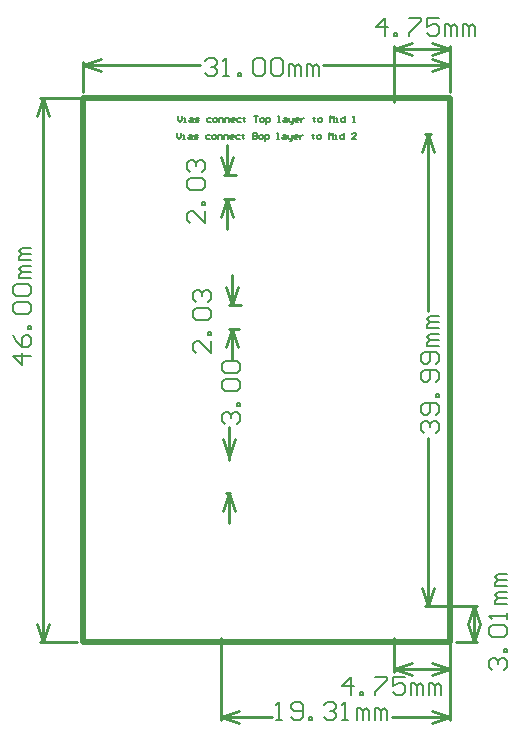
<source format=gm1>
G04 Layer_Color=16711935*
%FSLAX25Y25*%
%MOIN*%
G70*
G01*
G75*
%ADD12C,0.00500*%
%ADD22C,0.01000*%
%ADD36C,0.02000*%
%ADD67C,0.00600*%
D12*
X519578Y307415D02*
Y306082D01*
X520245Y305415D01*
X520911Y306082D01*
Y307415D01*
X521578Y305415D02*
X522244D01*
X521911D01*
Y306748D01*
X521578D01*
X523577D02*
X524243D01*
X524577Y306415D01*
Y305415D01*
X523577D01*
X523244Y305749D01*
X523577Y306082D01*
X524577D01*
X525243Y305415D02*
X526243D01*
X526576Y305749D01*
X526243Y306082D01*
X525576D01*
X525243Y306415D01*
X525576Y306748D01*
X526576D01*
X530575D02*
X529575D01*
X529242Y306415D01*
Y305749D01*
X529575Y305415D01*
X530575D01*
X531574D02*
X532241D01*
X532574Y305749D01*
Y306415D01*
X532241Y306748D01*
X531574D01*
X531241Y306415D01*
Y305749D01*
X531574Y305415D01*
X533241D02*
Y306748D01*
X534240D01*
X534573Y306415D01*
Y305415D01*
X535240D02*
Y306748D01*
X536239D01*
X536573Y306415D01*
Y305415D01*
X538239D02*
X537572D01*
X537239Y305749D01*
Y306415D01*
X537572Y306748D01*
X538239D01*
X538572Y306415D01*
Y306082D01*
X537239D01*
X540571Y306748D02*
X539572D01*
X539239Y306415D01*
Y305749D01*
X539572Y305415D01*
X540571D01*
X541571Y307081D02*
Y306748D01*
X541238D01*
X541904D01*
X541571D01*
Y305749D01*
X541904Y305415D01*
X544903Y307415D02*
X546236D01*
X545570D01*
Y305415D01*
X547236D02*
X547902D01*
X548236Y305749D01*
Y306415D01*
X547902Y306748D01*
X547236D01*
X546903Y306415D01*
Y305749D01*
X547236Y305415D01*
X548902Y304749D02*
Y306748D01*
X549902D01*
X550235Y306415D01*
Y305749D01*
X549902Y305415D01*
X548902D01*
X552901D02*
X553567D01*
X553234D01*
Y307415D01*
X552901D01*
X554900Y306748D02*
X555567D01*
X555900Y306415D01*
Y305415D01*
X554900D01*
X554567Y305749D01*
X554900Y306082D01*
X555900D01*
X556566Y306748D02*
Y305749D01*
X556899Y305415D01*
X557899D01*
Y305082D01*
X557566Y304749D01*
X557233D01*
X557899Y305415D02*
Y306748D01*
X559565Y305415D02*
X558899D01*
X558566Y305749D01*
Y306415D01*
X558899Y306748D01*
X559565D01*
X559899Y306415D01*
Y306082D01*
X558566D01*
X560565Y306748D02*
Y305415D01*
Y306082D01*
X560898Y306415D01*
X561231Y306748D01*
X561565D01*
X564897Y307081D02*
Y306748D01*
X564564D01*
X565230D01*
X564897D01*
Y305749D01*
X565230Y305415D01*
X566563D02*
X567229D01*
X567563Y305749D01*
Y306415D01*
X567229Y306748D01*
X566563D01*
X566230Y306415D01*
Y305749D01*
X566563Y305415D01*
X570228D02*
Y307415D01*
X570895Y306748D01*
X571561Y307415D01*
Y305415D01*
X572228D02*
X572894D01*
X572561D01*
Y306748D01*
X572228D01*
X575227Y307415D02*
Y305415D01*
X574227D01*
X573894Y305749D01*
Y306415D01*
X574227Y306748D01*
X575227D01*
X577893Y305415D02*
X578559D01*
X578226D01*
Y307415D01*
X577893Y307081D01*
X519278Y301815D02*
Y300482D01*
X519945Y299815D01*
X520611Y300482D01*
Y301815D01*
X521278Y299815D02*
X521944D01*
X521611D01*
Y301148D01*
X521278D01*
X523277D02*
X523943D01*
X524277Y300815D01*
Y299815D01*
X523277D01*
X522944Y300149D01*
X523277Y300482D01*
X524277D01*
X524943Y299815D02*
X525943D01*
X526276Y300149D01*
X525943Y300482D01*
X525276D01*
X524943Y300815D01*
X525276Y301148D01*
X526276D01*
X530275D02*
X529275D01*
X528942Y300815D01*
Y300149D01*
X529275Y299815D01*
X530275D01*
X531274D02*
X531941D01*
X532274Y300149D01*
Y300815D01*
X531941Y301148D01*
X531274D01*
X530941Y300815D01*
Y300149D01*
X531274Y299815D01*
X532940D02*
Y301148D01*
X533940D01*
X534273Y300815D01*
Y299815D01*
X534940D02*
Y301148D01*
X535940D01*
X536273Y300815D01*
Y299815D01*
X537939D02*
X537272D01*
X536939Y300149D01*
Y300815D01*
X537272Y301148D01*
X537939D01*
X538272Y300815D01*
Y300482D01*
X536939D01*
X540271Y301148D02*
X539272D01*
X538939Y300815D01*
Y300149D01*
X539272Y299815D01*
X540271D01*
X541271Y301481D02*
Y301148D01*
X540938D01*
X541604D01*
X541271D01*
Y300149D01*
X541604Y299815D01*
X544603Y301815D02*
Y299815D01*
X545603D01*
X545936Y300149D01*
Y300482D01*
X545603Y300815D01*
X544603D01*
X545603D01*
X545936Y301148D01*
Y301481D01*
X545603Y301815D01*
X544603D01*
X546936Y299815D02*
X547602D01*
X547936Y300149D01*
Y300815D01*
X547602Y301148D01*
X546936D01*
X546603Y300815D01*
Y300149D01*
X546936Y299815D01*
X548602Y299149D02*
Y301148D01*
X549602D01*
X549935Y300815D01*
Y300149D01*
X549602Y299815D01*
X548602D01*
X552601D02*
X553267D01*
X552934D01*
Y301815D01*
X552601D01*
X554600Y301148D02*
X555267D01*
X555600Y300815D01*
Y299815D01*
X554600D01*
X554267Y300149D01*
X554600Y300482D01*
X555600D01*
X556266Y301148D02*
Y300149D01*
X556600Y299815D01*
X557599D01*
Y299482D01*
X557266Y299149D01*
X556933D01*
X557599Y299815D02*
Y301148D01*
X559265Y299815D02*
X558599D01*
X558266Y300149D01*
Y300815D01*
X558599Y301148D01*
X559265D01*
X559598Y300815D01*
Y300482D01*
X558266D01*
X560265Y301148D02*
Y299815D01*
Y300482D01*
X560598Y300815D01*
X560931Y301148D01*
X561265D01*
X564597Y301481D02*
Y301148D01*
X564264D01*
X564930D01*
X564597D01*
Y300149D01*
X564930Y299815D01*
X566263D02*
X566929D01*
X567263Y300149D01*
Y300815D01*
X566929Y301148D01*
X566263D01*
X565930Y300815D01*
Y300149D01*
X566263Y299815D01*
X569929D02*
Y301815D01*
X570595Y301148D01*
X571261Y301815D01*
Y299815D01*
X571928D02*
X572594D01*
X572261D01*
Y301148D01*
X571928D01*
X574927Y301815D02*
Y299815D01*
X573927D01*
X573594Y300149D01*
Y300815D01*
X573927Y301148D01*
X574927D01*
X578926Y299815D02*
X577593D01*
X578926Y301148D01*
Y301481D01*
X578592Y301815D01*
X577926D01*
X577593Y301481D01*
D22*
X536800Y192600D02*
Y194600D01*
X535800Y181800D02*
X537100D01*
X536800Y171800D02*
Y181800D01*
Y193600D02*
Y203600D01*
X534800Y175800D02*
X536800Y181800D01*
X538800Y175800D01*
X536800Y193600D02*
X538800Y199600D01*
X534800D02*
X536800Y193600D01*
X473791Y313307D02*
X488175D01*
X473791Y132195D02*
X486175D01*
X474791Y222751D02*
Y313307D01*
Y132195D02*
Y222751D01*
X472791Y307307D02*
X474791Y313307D01*
X476791Y307307D01*
X474791Y132195D02*
X476791Y138195D01*
X472791D02*
X474791Y132195D01*
X602151Y144057D02*
X604187D01*
X602151Y301496D02*
X604187D01*
X603187Y144057D02*
Y200083D01*
Y242270D02*
Y301496D01*
Y144057D02*
X605187Y150057D01*
X601187D02*
X603187Y144057D01*
X601187Y295496D02*
X603187Y301496D01*
X605187Y295496D01*
X610236Y315307D02*
Y325500D01*
X488175Y315307D02*
Y325500D01*
X568199Y324500D02*
X610236D01*
X488175D02*
X527012D01*
X604236Y326500D02*
X610236Y324500D01*
X604236Y322500D02*
X610236Y324500D01*
X488175D02*
X494175Y322500D01*
X488175Y324500D02*
X494175Y326500D01*
X535000Y287800D02*
X538900D01*
X535000Y279800D02*
X538400D01*
X536000Y269800D02*
Y279800D01*
Y287800D02*
Y297800D01*
X534000Y273800D02*
X536000Y279800D01*
X538000Y273800D01*
X536000Y287800D02*
X538000Y293800D01*
X534000D02*
X536000Y287800D01*
X536800Y244500D02*
X540700D01*
X536800Y236500D02*
X540200D01*
X537800Y226500D02*
Y236500D01*
Y244500D02*
Y254500D01*
X535800Y230500D02*
X537800Y236500D01*
X539800Y230500D01*
X537800Y244500D02*
X539800Y250500D01*
X535800D02*
X537800Y244500D01*
X612236Y132195D02*
X619336D01*
X602151Y144057D02*
X619336D01*
X618336Y132195D02*
Y138126D01*
Y144057D01*
Y132195D02*
X620336Y138195D01*
X616336D02*
X618336Y132195D01*
X616336Y138057D02*
X618336Y144057D01*
X620336Y138057D01*
X610236Y122213D02*
Y130246D01*
X591551Y122213D02*
Y133457D01*
X600894Y123213D02*
X610236D01*
X591551D02*
X600894D01*
X604236Y125213D02*
X610236Y123213D01*
X604236Y121213D02*
X610236Y123213D01*
X591551D02*
X597551Y121213D01*
X591551Y123213D02*
X597551Y125213D01*
X610236Y315307D02*
Y330759D01*
X591551Y312096D02*
Y330759D01*
X600894Y329759D02*
X610236D01*
X591551D02*
X600894D01*
X604236Y331759D02*
X610236Y329759D01*
X604236Y327759D02*
X610236Y329759D01*
X591551D02*
X597551Y327759D01*
X591551Y329759D02*
X597551Y331759D01*
X610236Y106154D02*
Y153868D01*
X534206Y106154D02*
Y133457D01*
X591078Y107154D02*
X610236D01*
X534206D02*
X550890D01*
X604236Y109154D02*
X610236Y107154D01*
X604236Y105154D02*
X610236Y107154D01*
X534206D02*
X540206Y105154D01*
X534206Y107154D02*
X540206Y109154D01*
D36*
X610236Y155868D02*
Y289685D01*
X488175Y132195D02*
X610236D01*
X488175D02*
Y313307D01*
X610236D01*
Y289685D02*
Y313307D01*
Y132246D02*
Y155868D01*
D67*
X535401Y204600D02*
X534401Y205600D01*
Y207599D01*
X535401Y208599D01*
X536400D01*
X537400Y207599D01*
Y206599D01*
Y207599D01*
X538400Y208599D01*
X539399D01*
X540399Y207599D01*
Y205600D01*
X539399Y204600D01*
X540399Y210598D02*
X539399D01*
Y211598D01*
X540399D01*
Y210598D01*
X535401Y215596D02*
X534401Y216596D01*
Y218596D01*
X535401Y219595D01*
X539399D01*
X540399Y218596D01*
Y216596D01*
X539399Y215596D01*
X535401D01*
Y221595D02*
X534401Y222594D01*
Y224593D01*
X535401Y225593D01*
X539399D01*
X540399Y224593D01*
Y222594D01*
X539399Y221595D01*
X535401D01*
X470811Y227339D02*
X464813D01*
X467812Y224340D01*
Y228338D01*
X464813Y234336D02*
X465812Y232337D01*
X467812Y230338D01*
X469811D01*
X470811Y231337D01*
Y233337D01*
X469811Y234336D01*
X468811D01*
X467812Y233337D01*
Y230338D01*
X470811Y236336D02*
X469811D01*
Y237335D01*
X470811D01*
Y236336D01*
X465812Y241334D02*
X464813Y242334D01*
Y244333D01*
X465812Y245333D01*
X469811D01*
X470811Y244333D01*
Y242334D01*
X469811Y241334D01*
X465812D01*
Y247332D02*
X464813Y248332D01*
Y250331D01*
X465812Y251331D01*
X469811D01*
X470811Y250331D01*
Y248332D01*
X469811Y247332D01*
X465812D01*
X470811Y253330D02*
X466812D01*
Y254330D01*
X467812Y255330D01*
X470811D01*
X467812D01*
X466812Y256329D01*
X467812Y257329D01*
X470811D01*
Y259328D02*
X466812D01*
Y260328D01*
X467812Y261328D01*
X470811D01*
X467812D01*
X466812Y262327D01*
X467812Y263327D01*
X470811D01*
X601787Y201683D02*
X600788Y202682D01*
Y204682D01*
X601787Y205681D01*
X602787D01*
X603787Y204682D01*
Y203682D01*
Y204682D01*
X604786Y205681D01*
X605786D01*
X606786Y204682D01*
Y202682D01*
X605786Y201683D01*
Y207681D02*
X606786Y208680D01*
Y210680D01*
X605786Y211679D01*
X601787D01*
X600788Y210680D01*
Y208680D01*
X601787Y207681D01*
X602787D01*
X603787Y208680D01*
Y211679D01*
X606786Y213679D02*
X605786D01*
Y214679D01*
X606786D01*
Y213679D01*
X605786Y218677D02*
X606786Y219677D01*
Y221676D01*
X605786Y222676D01*
X601787D01*
X600788Y221676D01*
Y219677D01*
X601787Y218677D01*
X602787D01*
X603787Y219677D01*
Y222676D01*
X605786Y224675D02*
X606786Y225675D01*
Y227674D01*
X605786Y228674D01*
X601787D01*
X600788Y227674D01*
Y225675D01*
X601787Y224675D01*
X602787D01*
X603787Y225675D01*
Y228674D01*
X606786Y230673D02*
X602787D01*
Y231673D01*
X603787Y232673D01*
X606786D01*
X603787D01*
X602787Y233672D01*
X603787Y234672D01*
X606786D01*
Y236671D02*
X602787D01*
Y237671D01*
X603787Y238671D01*
X606786D01*
X603787D01*
X602787Y239670D01*
X603787Y240670D01*
X606786D01*
X528612Y325899D02*
X529611Y326899D01*
X531611D01*
X532610Y325899D01*
Y324900D01*
X531611Y323900D01*
X530611D01*
X531611D01*
X532610Y322900D01*
Y321901D01*
X531611Y320901D01*
X529611D01*
X528612Y321901D01*
X534610Y320901D02*
X536609D01*
X535609D01*
Y326899D01*
X534610Y325899D01*
X539608Y320901D02*
Y321901D01*
X540608D01*
Y320901D01*
X539608D01*
X544606Y325899D02*
X545606Y326899D01*
X547606D01*
X548605Y325899D01*
Y321901D01*
X547606Y320901D01*
X545606D01*
X544606Y321901D01*
Y325899D01*
X550604D02*
X551604Y326899D01*
X553604D01*
X554603Y325899D01*
Y321901D01*
X553604Y320901D01*
X551604D01*
X550604Y321901D01*
Y325899D01*
X556603Y320901D02*
Y324900D01*
X557602D01*
X558602Y323900D01*
Y320901D01*
Y323900D01*
X559602Y324900D01*
X560601Y323900D01*
Y320901D01*
X562601D02*
Y324900D01*
X563600D01*
X564600Y323900D01*
Y320901D01*
Y323900D01*
X565600Y324900D01*
X566599Y323900D01*
Y320901D01*
X528802Y275702D02*
Y271703D01*
X524803Y275702D01*
X523804D01*
X522804Y274702D01*
Y272703D01*
X523804Y271703D01*
X528802Y277701D02*
X527802D01*
Y278701D01*
X528802D01*
Y277701D01*
X523804Y282700D02*
X522804Y283699D01*
Y285699D01*
X523804Y286699D01*
X527802D01*
X528802Y285699D01*
Y283699D01*
X527802Y282700D01*
X523804D01*
Y288698D02*
X522804Y289698D01*
Y291697D01*
X523804Y292697D01*
X524803D01*
X525803Y291697D01*
Y290697D01*
Y291697D01*
X526803Y292697D01*
X527802D01*
X528802Y291697D01*
Y289698D01*
X527802Y288698D01*
X530602Y232402D02*
Y228403D01*
X526603Y232402D01*
X525604D01*
X524604Y231402D01*
Y229403D01*
X525604Y228403D01*
X530602Y234401D02*
X529602D01*
Y235401D01*
X530602D01*
Y234401D01*
X525604Y239400D02*
X524604Y240400D01*
Y242399D01*
X525604Y243398D01*
X529602D01*
X530602Y242399D01*
Y240400D01*
X529602Y239400D01*
X525604D01*
Y245398D02*
X524604Y246398D01*
Y248397D01*
X525604Y249397D01*
X526603D01*
X527603Y248397D01*
Y247397D01*
Y248397D01*
X528603Y249397D01*
X529602D01*
X530602Y248397D01*
Y246398D01*
X529602Y245398D01*
X624463Y122615D02*
X623463Y123614D01*
Y125613D01*
X624463Y126613D01*
X625462D01*
X626462Y125613D01*
Y124614D01*
Y125613D01*
X627461Y126613D01*
X628461D01*
X629461Y125613D01*
Y123614D01*
X628461Y122615D01*
X629461Y128612D02*
X628461D01*
Y129612D01*
X629461D01*
Y128612D01*
X624463Y133611D02*
X623463Y134611D01*
Y136610D01*
X624463Y137610D01*
X628461D01*
X629461Y136610D01*
Y134611D01*
X628461Y133611D01*
X624463D01*
X629461Y139609D02*
Y141608D01*
Y140609D01*
X623463D01*
X624463Y139609D01*
X629461Y144607D02*
X625462D01*
Y145607D01*
X626462Y146607D01*
X629461D01*
X626462D01*
X625462Y147606D01*
X626462Y148606D01*
X629461D01*
Y150605D02*
X625462D01*
Y151605D01*
X626462Y152605D01*
X629461D01*
X626462D01*
X625462Y153604D01*
X626462Y154604D01*
X629461D01*
X577461Y114319D02*
Y120317D01*
X574462Y117318D01*
X578461D01*
X580460Y114319D02*
Y115319D01*
X581460D01*
Y114319D01*
X580460D01*
X585459Y120317D02*
X589457D01*
Y119318D01*
X585459Y115319D01*
Y114319D01*
X595456Y120317D02*
X591457D01*
Y117318D01*
X593456Y118318D01*
X594456D01*
X595456Y117318D01*
Y115319D01*
X594456Y114319D01*
X592456D01*
X591457Y115319D01*
X597455Y114319D02*
Y118318D01*
X598455D01*
X599454Y117318D01*
Y114319D01*
Y117318D01*
X600454Y118318D01*
X601453Y117318D01*
Y114319D01*
X603453D02*
Y118318D01*
X604453D01*
X605452Y117318D01*
Y114319D01*
Y117318D01*
X606452Y118318D01*
X607452Y117318D01*
Y114319D01*
X588678Y334094D02*
Y340092D01*
X585679Y337093D01*
X589678D01*
X591677Y334094D02*
Y335094D01*
X592677D01*
Y334094D01*
X591677D01*
X596676Y340092D02*
X600674D01*
Y339092D01*
X596676Y335094D01*
Y334094D01*
X606672Y340092D02*
X602674D01*
Y337093D01*
X604673Y338093D01*
X605673D01*
X606672Y337093D01*
Y335094D01*
X605673Y334094D01*
X603674D01*
X602674Y335094D01*
X608672Y334094D02*
Y338093D01*
X609671D01*
X610671Y337093D01*
Y334094D01*
Y337093D01*
X611671Y338093D01*
X612671Y337093D01*
Y334094D01*
X614670D02*
Y338093D01*
X615670D01*
X616669Y337093D01*
Y334094D01*
Y337093D01*
X617669Y338093D01*
X618669Y337093D01*
Y334094D01*
X552490Y106040D02*
X554489D01*
X553490D01*
Y112038D01*
X552490Y111038D01*
X557488Y107040D02*
X558488Y106040D01*
X560487D01*
X561487Y107040D01*
Y111038D01*
X560487Y112038D01*
X558488D01*
X557488Y111038D01*
Y110039D01*
X558488Y109039D01*
X561487D01*
X563486Y106040D02*
Y107040D01*
X564486D01*
Y106040D01*
X563486D01*
X568485Y111038D02*
X569485Y112038D01*
X571484D01*
X572483Y111038D01*
Y110039D01*
X571484Y109039D01*
X570484D01*
X571484D01*
X572483Y108039D01*
Y107040D01*
X571484Y106040D01*
X569485D01*
X568485Y107040D01*
X574483Y106040D02*
X576482D01*
X575483D01*
Y112038D01*
X574483Y111038D01*
X579481Y106040D02*
Y110039D01*
X580481D01*
X581481Y109039D01*
Y106040D01*
Y109039D01*
X582480Y110039D01*
X583480Y109039D01*
Y106040D01*
X585479D02*
Y110039D01*
X586479D01*
X587479Y109039D01*
Y106040D01*
Y109039D01*
X588478Y110039D01*
X589478Y109039D01*
Y106040D01*
M02*

</source>
